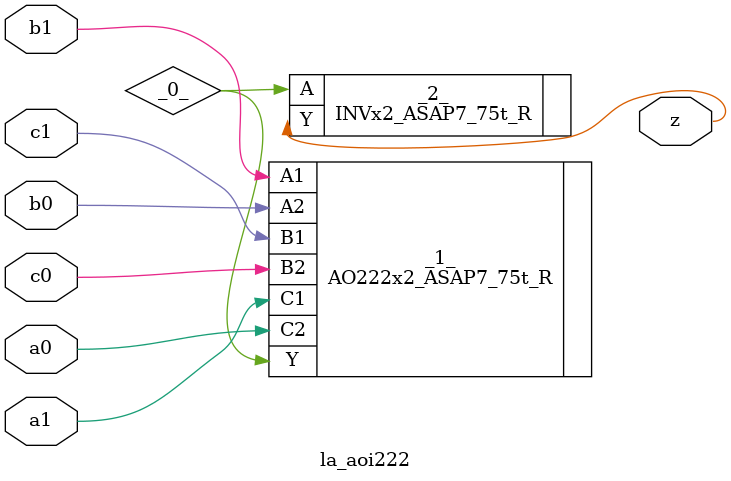
<source format=v>

/* Generated by Yosys 0.44 (git sha1 80ba43d26, g++ 11.4.0-1ubuntu1~22.04 -fPIC -O3) */

(* top =  1  *)
(* src = "generated" *)
module la_aoi222 (
    a0,
    a1,
    b0,
    b1,
    c0,
    c1,
    z
);
  wire _0_;
  (* src = "generated" *)
  input a0;
  wire a0;
  (* src = "generated" *)
  input a1;
  wire a1;
  (* src = "generated" *)
  input b0;
  wire b0;
  (* src = "generated" *)
  input b1;
  wire b1;
  (* src = "generated" *)
  input c0;
  wire c0;
  (* src = "generated" *)
  input c1;
  wire c1;
  (* src = "generated" *)
  output z;
  wire z;
  AO222x2_ASAP7_75t_R _1_ (
      .A1(b1),
      .A2(b0),
      .B1(c1),
      .B2(c0),
      .C1(a1),
      .C2(a0),
      .Y (_0_)
  );
  INVx2_ASAP7_75t_R _2_ (
      .A(_0_),
      .Y(z)
  );
endmodule

</source>
